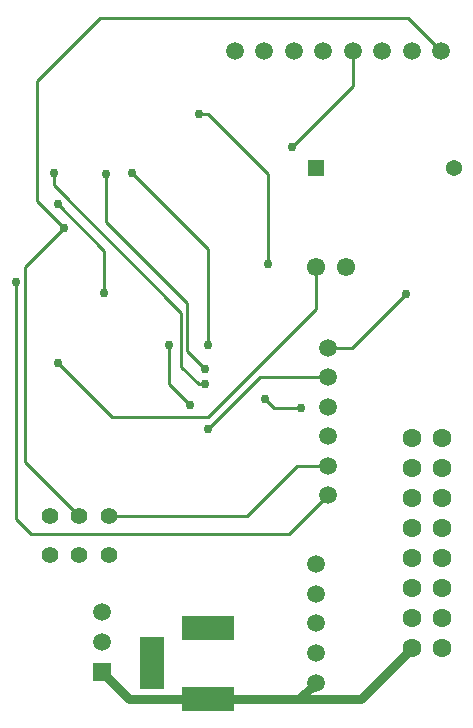
<source format=gbr>
%TF.GenerationSoftware,KiCad,Pcbnew,5.1.7-a382d34a8~88~ubuntu18.04.1*%
%TF.CreationDate,2021-03-14T12:27:23+01:00*%
%TF.ProjectId,bleskomat-v2.1.0,626c6573-6b6f-46d6-9174-2d76322e312e,test*%
%TF.SameCoordinates,Original*%
%TF.FileFunction,Copper,L2,Bot*%
%TF.FilePolarity,Positive*%
%FSLAX46Y46*%
G04 Gerber Fmt 4.6, Leading zero omitted, Abs format (unit mm)*
G04 Created by KiCad (PCBNEW 5.1.7-a382d34a8~88~ubuntu18.04.1) date 2021-03-14 12:27:23*
%MOMM*%
%LPD*%
G01*
G04 APERTURE LIST*
%TA.AperFunction,ComponentPad*%
%ADD10R,4.500000X2.000000*%
%TD*%
%TA.AperFunction,ComponentPad*%
%ADD11R,2.000000X4.500000*%
%TD*%
%TA.AperFunction,ComponentPad*%
%ADD12C,1.397000*%
%TD*%
%TA.AperFunction,ComponentPad*%
%ADD13C,1.371600*%
%TD*%
%TA.AperFunction,ComponentPad*%
%ADD14R,1.371600X1.371600*%
%TD*%
%TA.AperFunction,ComponentPad*%
%ADD15C,1.508000*%
%TD*%
%TA.AperFunction,ComponentPad*%
%ADD16R,1.508000X1.508000*%
%TD*%
%TA.AperFunction,ComponentPad*%
%ADD17C,1.498600*%
%TD*%
%TA.AperFunction,ComponentPad*%
%ADD18C,1.549400*%
%TD*%
%TA.AperFunction,ComponentPad*%
%ADD19C,1.600200*%
%TD*%
%TA.AperFunction,ViaPad*%
%ADD20C,0.762000*%
%TD*%
%TA.AperFunction,Conductor*%
%ADD21C,0.254000*%
%TD*%
%TA.AperFunction,Conductor*%
%ADD22C,0.762000*%
%TD*%
G04 APERTURE END LIST*
D10*
%TO.P,12V DC,2*%
%TO.N,GND*%
X116840000Y-127048000D03*
%TO.P,12V DC,1*%
%TO.N,Net-(J3-Pad15)*%
X116840000Y-133048000D03*
D11*
%TO.P,12V DC,3*%
%TO.N,N/C*%
X112140000Y-130048000D03*
%TD*%
D12*
%TO.P,U2,6*%
%TO.N,N/C*%
X108458000Y-120902000D03*
%TO.P,U2,5*%
X105958000Y-120902000D03*
%TO.P,U2,4*%
X103458000Y-120902000D03*
%TO.P,U2,3*%
%TO.N,Net-(PS1-Pad3)*%
X103458000Y-117602001D03*
%TO.P,U2,2*%
%TO.N,Net-(D1-Pad2)*%
X105958000Y-117602001D03*
%TO.P,U2,1*%
%TO.N,Net-(J1-Pad2)*%
X108458000Y-117602001D03*
%TD*%
D13*
%TO.P,R1,2*%
%TO.N,GND*%
X137668000Y-88138000D03*
D14*
%TO.P,R1,1*%
%TO.N,Net-(J4-Pad2)*%
X125984000Y-88138000D03*
%TD*%
D15*
%TO.P,PS1,3*%
%TO.N,Net-(PS1-Pad3)*%
X107914000Y-125730000D03*
%TO.P,PS1,2*%
%TO.N,GND*%
X107914000Y-128270000D03*
D16*
%TO.P,PS1,1*%
%TO.N,Net-(J3-Pad15)*%
X107914000Y-130810000D03*
%TD*%
D17*
%TO.P,J6,5*%
%TO.N,Net-(J3-Pad15)*%
X125984000Y-131666488D03*
%TO.P,J6,4*%
%TO.N,Net-(J6-Pad4)*%
X125984000Y-129166366D03*
%TO.P,J6,3*%
%TO.N,GND*%
X125984000Y-126666244D03*
%TO.P,J6,2*%
%TO.N,N/C*%
X125984000Y-124166122D03*
%TO.P,J6,1*%
%TO.N,Net-(J6-Pad1)*%
X125984000Y-121666000D03*
%TD*%
D18*
%TO.P,J4,2*%
%TO.N,Net-(J4-Pad2)*%
X126024000Y-96520000D03*
%TO.P,J4,1*%
%TO.N,Net-(D1-Pad2)*%
X128524000Y-96520000D03*
%TD*%
D19*
%TO.P,J3,16*%
%TO.N,GND*%
X136652000Y-128778000D03*
%TO.P,J3,15*%
%TO.N,Net-(J3-Pad15)*%
X134112000Y-128778000D03*
%TO.P,J3,14*%
%TO.N,N/C*%
X136652000Y-126238000D03*
%TO.P,J3,13*%
X134112000Y-126238000D03*
%TO.P,J3,12*%
X136652000Y-123698000D03*
%TO.P,J3,11*%
X134112000Y-123698000D03*
%TO.P,J3,10*%
X136652000Y-121158000D03*
%TO.P,J3,9*%
X134112000Y-121158000D03*
%TO.P,J3,8*%
X136652000Y-118618000D03*
%TO.P,J3,7*%
X134112000Y-118618000D03*
%TO.P,J3,6*%
X136652000Y-116078000D03*
%TO.P,J3,5*%
X134112000Y-116078000D03*
%TO.P,J3,4*%
X136652000Y-113538000D03*
%TO.P,J3,3*%
X134112000Y-113538000D03*
%TO.P,J3,2*%
%TO.N,Net-(J3-Pad2)*%
X136652000Y-110998000D03*
%TO.P,J3,1*%
%TO.N,Net-(J1-Pad4)*%
X134112000Y-110998000D03*
%TD*%
D17*
%TO.P,J2,8*%
%TO.N,Net-(D1-Pad2)*%
X136626000Y-78232000D03*
%TO.P,J2,7*%
%TO.N,GND*%
X134126000Y-78232000D03*
%TO.P,J2,6*%
%TO.N,Net-(J2-Pad6)*%
X131626000Y-78232000D03*
%TO.P,J2,5*%
%TO.N,Net-(J2-Pad5)*%
X129126000Y-78232000D03*
%TO.P,J2,4*%
%TO.N,Net-(J2-Pad4)*%
X126626000Y-78232000D03*
%TO.P,J2,3*%
%TO.N,Net-(J2-Pad3)*%
X124126000Y-78232000D03*
%TO.P,J2,2*%
%TO.N,Net-(J2-Pad2)*%
X121626000Y-78232000D03*
%TO.P,J2,1*%
%TO.N,Net-(J2-Pad1)*%
X119126000Y-78232000D03*
%TD*%
%TO.P,J1,6*%
%TO.N,Net-(J1-Pad6)*%
X127000000Y-103324002D03*
%TO.P,J1,5*%
%TO.N,Net-(J1-Pad5)*%
X127000000Y-105824000D03*
%TO.P,J1,4*%
%TO.N,Net-(J1-Pad4)*%
X127000000Y-108324000D03*
%TO.P,J1,3*%
%TO.N,GND*%
X127000000Y-110824000D03*
%TO.P,J1,2*%
%TO.N,Net-(J1-Pad2)*%
X127000000Y-113324000D03*
%TO.P,J1,1*%
%TO.N,Net-(J1-Pad1)*%
X127000000Y-115824000D03*
%TD*%
D20*
%TO.N,Net-(J1-Pad1)*%
X100584000Y-97790000D03*
%TO.N,Net-(J1-Pad5)*%
X116840000Y-110236000D03*
%TO.N,Net-(J1-Pad6)*%
X133604000Y-98806000D03*
%TO.N,Net-(J2-Pad5)*%
X123952000Y-86360000D03*
%TO.N,Net-(J2-Pad4)*%
X113538000Y-103124000D03*
X115316000Y-108204000D03*
%TO.N,Net-(J3-Pad2)*%
X124714000Y-108458000D03*
X124714000Y-108458000D03*
X121666000Y-107696000D03*
%TO.N,Net-(J4-Pad2)*%
X104140000Y-104648000D03*
%TO.N,Net-(J5-Pad1)*%
X103800712Y-88560712D03*
X116586000Y-106426000D03*
%TO.N,Net-(J5-Pad2)*%
X116078000Y-83566000D03*
X121920000Y-96266000D03*
%TO.N,Net-(J5-Pad5)*%
X108200711Y-88642711D03*
X116586000Y-105156000D03*
%TO.N,GND*%
X108092210Y-98663790D03*
X104140000Y-91186000D03*
%TO.N,Net-(D1-Pad2)*%
X104648000Y-93218000D03*
%TO.N,Net-(J5-Pad7)*%
X110400711Y-88556711D03*
X116840000Y-103124000D03*
%TD*%
D21*
%TO.N,Net-(J1-Pad1)*%
X127000000Y-115824000D02*
X123698000Y-119126000D01*
X123698000Y-119126000D02*
X102108000Y-119126000D01*
X101854000Y-119126000D02*
X100584000Y-117856000D01*
X102108000Y-119126000D02*
X101854000Y-119126000D01*
X100584000Y-117856000D02*
X100584000Y-97790000D01*
X100584000Y-97790000D02*
X100584000Y-97790000D01*
%TO.N,Net-(J1-Pad2)*%
X127000000Y-113324000D02*
X124420000Y-113324000D01*
X120141999Y-117602001D02*
X108458000Y-117602001D01*
X124420000Y-113324000D02*
X120141999Y-117602001D01*
%TO.N,Net-(J1-Pad5)*%
X127000000Y-105824000D02*
X122014000Y-105824000D01*
X122014000Y-105824000D02*
X121252000Y-105824000D01*
X121252000Y-105824000D02*
X116840000Y-110236000D01*
X116840000Y-110236000D02*
X116840000Y-110236000D01*
%TO.N,Net-(J1-Pad6)*%
X127000000Y-103324002D02*
X129085998Y-103324002D01*
X129085998Y-103324002D02*
X133604000Y-98806000D01*
X133604000Y-98806000D02*
X133604000Y-98806000D01*
%TO.N,Net-(J2-Pad5)*%
X129126000Y-78232000D02*
X129126000Y-81186000D01*
X129126000Y-81186000D02*
X123952000Y-86360000D01*
X123952000Y-86360000D02*
X123952000Y-86360000D01*
%TO.N,Net-(J2-Pad4)*%
X113538000Y-103124000D02*
X113538000Y-106426000D01*
X113538000Y-106426000D02*
X115316000Y-108204000D01*
X115316000Y-108204000D02*
X115316000Y-108204000D01*
%TO.N,Net-(J3-Pad2)*%
X124714000Y-108458000D02*
X122428000Y-108458000D01*
X122428000Y-108458000D02*
X121666000Y-107696000D01*
X121666000Y-107696000D02*
X121666000Y-107696000D01*
%TO.N,Net-(J4-Pad2)*%
X126024000Y-96520000D02*
X126024000Y-100036000D01*
X126024000Y-100036000D02*
X116840000Y-109220000D01*
X116840000Y-109220000D02*
X108712000Y-109220000D01*
X108712000Y-109220000D02*
X104140000Y-104648000D01*
X104140000Y-104648000D02*
X104140000Y-104648000D01*
%TO.N,Net-(J5-Pad1)*%
X103800712Y-88560712D02*
X103800712Y-89576712D01*
X114607990Y-100383990D02*
X114607990Y-104955990D01*
X103800712Y-89576712D02*
X114607990Y-100383990D01*
X114607990Y-104955990D02*
X116078000Y-106426000D01*
X116078000Y-106426000D02*
X116586000Y-106426000D01*
X116586000Y-106426000D02*
X116586000Y-106426000D01*
%TO.N,Net-(J5-Pad2)*%
X116078000Y-83566000D02*
X116840000Y-83566000D01*
X116840000Y-83566000D02*
X121920000Y-88646000D01*
X121920000Y-88646000D02*
X121920000Y-96266000D01*
X121920000Y-96266000D02*
X121920000Y-96266000D01*
%TO.N,Net-(J5-Pad5)*%
X108200711Y-88642711D02*
X108200711Y-92706711D01*
X108200711Y-92706711D02*
X115062000Y-99568000D01*
X115062000Y-99568000D02*
X115062000Y-103632000D01*
X115062000Y-103632000D02*
X116586000Y-105156000D01*
X116586000Y-105156000D02*
X116586000Y-105156000D01*
%TO.N,GND*%
X108092210Y-98663790D02*
X108092210Y-95138210D01*
X108092210Y-95138210D02*
X104140000Y-91186000D01*
X104140000Y-91186000D02*
X104140000Y-91186000D01*
%TO.N,Net-(D1-Pad2)*%
X104648000Y-93218000D02*
X104648000Y-93218000D01*
X104648000Y-93218000D02*
X102362000Y-90932000D01*
X102362000Y-90932000D02*
X102362000Y-80772000D01*
X102362000Y-80772000D02*
X107696000Y-75438000D01*
X133832000Y-75438000D02*
X136626000Y-78232000D01*
X107696000Y-75438000D02*
X133832000Y-75438000D01*
X105958000Y-117602001D02*
X101346000Y-112990001D01*
X101346000Y-96520000D02*
X104648000Y-93218000D01*
X101346000Y-112990001D02*
X101346000Y-96520000D01*
D22*
%TO.N,Net-(J3-Pad15)*%
X110152000Y-133048000D02*
X107914000Y-130810000D01*
X116840000Y-133048000D02*
X110152000Y-133048000D01*
X124602488Y-133048000D02*
X125984000Y-131666488D01*
X116840000Y-133048000D02*
X124602488Y-133048000D01*
X129842000Y-133048000D02*
X134112000Y-128778000D01*
X124602488Y-133048000D02*
X129842000Y-133048000D01*
D21*
%TO.N,Net-(J5-Pad7)*%
X110400711Y-88556711D02*
X116840000Y-94996000D01*
X116840000Y-94996000D02*
X116840000Y-101346000D01*
X116840000Y-101346000D02*
X116840000Y-103124000D01*
X116840000Y-103124000D02*
X116840000Y-103124000D01*
%TD*%
M02*

</source>
